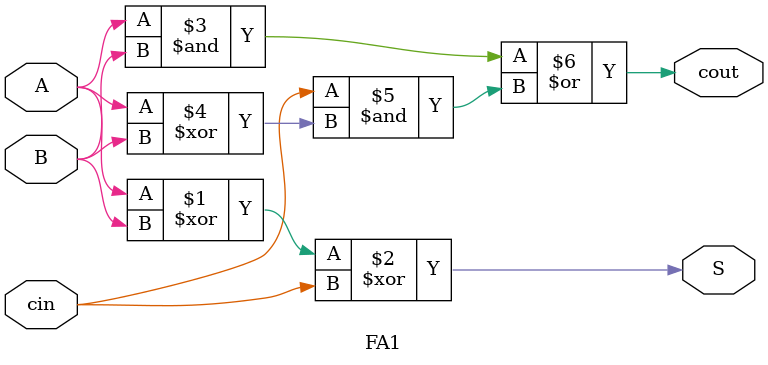
<source format=v>
`timescale 1ns / 1ps


module FA1(A,B,cin,S,cout);
input A,B,cin;
output S,cout;

assign S = A^B^cin;
assign cout = A&B|cin&(A^B);
endmodule


</source>
